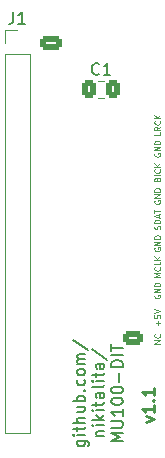
<source format=gbr>
%TF.GenerationSoftware,KiCad,Pcbnew,(6.0.1)*%
%TF.CreationDate,2022-07-28T19:16:12-07:00*%
%TF.ProjectId,mu100-dit-connector-board,6d753130-302d-4646-9974-2d636f6e6e65,rev?*%
%TF.SameCoordinates,PX4a615b8PY2b4db18*%
%TF.FileFunction,Legend,Top*%
%TF.FilePolarity,Positive*%
%FSLAX46Y46*%
G04 Gerber Fmt 4.6, Leading zero omitted, Abs format (unit mm)*
G04 Created by KiCad (PCBNEW (6.0.1)) date 2022-07-28 19:16:12*
%MOMM*%
%LPD*%
G01*
G04 APERTURE LIST*
G04 Aperture macros list*
%AMRoundRect*
0 Rectangle with rounded corners*
0 $1 Rounding radius*
0 $2 $3 $4 $5 $6 $7 $8 $9 X,Y pos of 4 corners*
0 Add a 4 corners polygon primitive as box body*
4,1,4,$2,$3,$4,$5,$6,$7,$8,$9,$2,$3,0*
0 Add four circle primitives for the rounded corners*
1,1,$1+$1,$2,$3*
1,1,$1+$1,$4,$5*
1,1,$1+$1,$6,$7*
1,1,$1+$1,$8,$9*
0 Add four rect primitives between the rounded corners*
20,1,$1+$1,$2,$3,$4,$5,0*
20,1,$1+$1,$4,$5,$6,$7,0*
20,1,$1+$1,$6,$7,$8,$9,0*
20,1,$1+$1,$8,$9,$2,$3,0*%
G04 Aperture macros list end*
%ADD10C,0.250000*%
%ADD11C,0.125000*%
%ADD12C,0.150000*%
%ADD13C,0.120000*%
%ADD14R,1.350000X1.350000*%
%ADD15O,1.350000X1.350000*%
%ADD16RoundRect,0.250000X-0.337500X-0.475000X0.337500X-0.475000X0.337500X0.475000X-0.337500X0.475000X0*%
%ADD17RoundRect,0.250000X0.625000X-0.350000X0.625000X0.350000X-0.625000X0.350000X-0.625000X-0.350000X0*%
%ADD18O,1.750000X1.200000*%
%ADD19RoundRect,0.250000X-0.650000X0.350000X-0.650000X-0.350000X0.650000X-0.350000X0.650000X0.350000X0*%
%ADD20O,1.800000X1.200000*%
%ADD21C,0.800000*%
G04 APERTURE END LIST*
D10*
X90879114Y-81335571D02*
X91545780Y-81097476D01*
X90879114Y-80859380D01*
X91545780Y-79954619D02*
X91545780Y-80526047D01*
X91545780Y-80240333D02*
X90545780Y-80240333D01*
X90688638Y-80335571D01*
X90783876Y-80430809D01*
X90831495Y-80526047D01*
X91450542Y-79526047D02*
X91498161Y-79478428D01*
X91545780Y-79526047D01*
X91498161Y-79573666D01*
X91450542Y-79526047D01*
X91545780Y-79526047D01*
X91545780Y-78526047D02*
X91545780Y-79097476D01*
X91545780Y-78811761D02*
X90545780Y-78811761D01*
X90688638Y-78907000D01*
X90783876Y-79002238D01*
X90831495Y-79097476D01*
D11*
X91911114Y-73173657D02*
X91911114Y-72792704D01*
X92101590Y-72983180D02*
X91720638Y-72983180D01*
X91601590Y-72316514D02*
X91601590Y-72554609D01*
X91839685Y-72578419D01*
X91815876Y-72554609D01*
X91792066Y-72506990D01*
X91792066Y-72387942D01*
X91815876Y-72340323D01*
X91839685Y-72316514D01*
X91887304Y-72292704D01*
X92006352Y-72292704D01*
X92053971Y-72316514D01*
X92077780Y-72340323D01*
X92101590Y-72387942D01*
X92101590Y-72506990D01*
X92077780Y-72554609D01*
X92053971Y-72578419D01*
X91601590Y-72149847D02*
X92101590Y-71983180D01*
X91601590Y-71816514D01*
D12*
X85064114Y-82938190D02*
X85873638Y-82938190D01*
X85968876Y-82985809D01*
X86016495Y-83033428D01*
X86064114Y-83128666D01*
X86064114Y-83271523D01*
X86016495Y-83366761D01*
X85683161Y-82938190D02*
X85730780Y-83033428D01*
X85730780Y-83223904D01*
X85683161Y-83319142D01*
X85635542Y-83366761D01*
X85540304Y-83414380D01*
X85254590Y-83414380D01*
X85159352Y-83366761D01*
X85111733Y-83319142D01*
X85064114Y-83223904D01*
X85064114Y-83033428D01*
X85111733Y-82938190D01*
X85730780Y-82462000D02*
X85064114Y-82462000D01*
X84730780Y-82462000D02*
X84778400Y-82509619D01*
X84826019Y-82462000D01*
X84778400Y-82414380D01*
X84730780Y-82462000D01*
X84826019Y-82462000D01*
X85064114Y-82128666D02*
X85064114Y-81747714D01*
X84730780Y-81985809D02*
X85587923Y-81985809D01*
X85683161Y-81938190D01*
X85730780Y-81842952D01*
X85730780Y-81747714D01*
X85730780Y-81414380D02*
X84730780Y-81414380D01*
X85730780Y-80985809D02*
X85206971Y-80985809D01*
X85111733Y-81033428D01*
X85064114Y-81128666D01*
X85064114Y-81271523D01*
X85111733Y-81366761D01*
X85159352Y-81414380D01*
X85064114Y-80081047D02*
X85730780Y-80081047D01*
X85064114Y-80509619D02*
X85587923Y-80509619D01*
X85683161Y-80462000D01*
X85730780Y-80366761D01*
X85730780Y-80223904D01*
X85683161Y-80128666D01*
X85635542Y-80081047D01*
X85730780Y-79604857D02*
X84730780Y-79604857D01*
X85111733Y-79604857D02*
X85064114Y-79509619D01*
X85064114Y-79319142D01*
X85111733Y-79223904D01*
X85159352Y-79176285D01*
X85254590Y-79128666D01*
X85540304Y-79128666D01*
X85635542Y-79176285D01*
X85683161Y-79223904D01*
X85730780Y-79319142D01*
X85730780Y-79509619D01*
X85683161Y-79604857D01*
X85635542Y-78700095D02*
X85683161Y-78652476D01*
X85730780Y-78700095D01*
X85683161Y-78747714D01*
X85635542Y-78700095D01*
X85730780Y-78700095D01*
X85683161Y-77795333D02*
X85730780Y-77890571D01*
X85730780Y-78081047D01*
X85683161Y-78176285D01*
X85635542Y-78223904D01*
X85540304Y-78271523D01*
X85254590Y-78271523D01*
X85159352Y-78223904D01*
X85111733Y-78176285D01*
X85064114Y-78081047D01*
X85064114Y-77890571D01*
X85111733Y-77795333D01*
X85730780Y-77223904D02*
X85683161Y-77319142D01*
X85635542Y-77366761D01*
X85540304Y-77414380D01*
X85254590Y-77414380D01*
X85159352Y-77366761D01*
X85111733Y-77319142D01*
X85064114Y-77223904D01*
X85064114Y-77081047D01*
X85111733Y-76985809D01*
X85159352Y-76938190D01*
X85254590Y-76890571D01*
X85540304Y-76890571D01*
X85635542Y-76938190D01*
X85683161Y-76985809D01*
X85730780Y-77081047D01*
X85730780Y-77223904D01*
X85730780Y-76462000D02*
X85064114Y-76462000D01*
X85159352Y-76462000D02*
X85111733Y-76414380D01*
X85064114Y-76319142D01*
X85064114Y-76176285D01*
X85111733Y-76081047D01*
X85206971Y-76033428D01*
X85730780Y-76033428D01*
X85206971Y-76033428D02*
X85111733Y-75985809D01*
X85064114Y-75890571D01*
X85064114Y-75747714D01*
X85111733Y-75652476D01*
X85206971Y-75604857D01*
X85730780Y-75604857D01*
X84683161Y-74414380D02*
X85968876Y-75271523D01*
X86674114Y-82557238D02*
X87340780Y-82557238D01*
X86769352Y-82557238D02*
X86721733Y-82509619D01*
X86674114Y-82414380D01*
X86674114Y-82271523D01*
X86721733Y-82176285D01*
X86816971Y-82128666D01*
X87340780Y-82128666D01*
X87340780Y-81652476D02*
X86674114Y-81652476D01*
X86340780Y-81652476D02*
X86388400Y-81700095D01*
X86436019Y-81652476D01*
X86388400Y-81604857D01*
X86340780Y-81652476D01*
X86436019Y-81652476D01*
X87340780Y-81176285D02*
X86340780Y-81176285D01*
X86959828Y-81081047D02*
X87340780Y-80795333D01*
X86674114Y-80795333D02*
X87055066Y-81176285D01*
X87340780Y-80366761D02*
X86674114Y-80366761D01*
X86340780Y-80366761D02*
X86388400Y-80414380D01*
X86436019Y-80366761D01*
X86388400Y-80319142D01*
X86340780Y-80366761D01*
X86436019Y-80366761D01*
X86674114Y-80033428D02*
X86674114Y-79652476D01*
X86340780Y-79890571D02*
X87197923Y-79890571D01*
X87293161Y-79842952D01*
X87340780Y-79747714D01*
X87340780Y-79652476D01*
X87340780Y-78890571D02*
X86816971Y-78890571D01*
X86721733Y-78938190D01*
X86674114Y-79033428D01*
X86674114Y-79223904D01*
X86721733Y-79319142D01*
X87293161Y-78890571D02*
X87340780Y-78985809D01*
X87340780Y-79223904D01*
X87293161Y-79319142D01*
X87197923Y-79366761D01*
X87102685Y-79366761D01*
X87007447Y-79319142D01*
X86959828Y-79223904D01*
X86959828Y-78985809D01*
X86912209Y-78890571D01*
X87340780Y-78271523D02*
X87293161Y-78366761D01*
X87197923Y-78414380D01*
X86340780Y-78414380D01*
X87340780Y-77890571D02*
X86674114Y-77890571D01*
X86340780Y-77890571D02*
X86388400Y-77938190D01*
X86436019Y-77890571D01*
X86388400Y-77842952D01*
X86340780Y-77890571D01*
X86436019Y-77890571D01*
X86674114Y-77557238D02*
X86674114Y-77176285D01*
X86340780Y-77414380D02*
X87197923Y-77414380D01*
X87293161Y-77366761D01*
X87340780Y-77271523D01*
X87340780Y-77176285D01*
X87340780Y-76414380D02*
X86816971Y-76414380D01*
X86721733Y-76462000D01*
X86674114Y-76557238D01*
X86674114Y-76747714D01*
X86721733Y-76842952D01*
X87293161Y-76414380D02*
X87340780Y-76509619D01*
X87340780Y-76747714D01*
X87293161Y-76842952D01*
X87197923Y-76890571D01*
X87102685Y-76890571D01*
X87007447Y-76842952D01*
X86959828Y-76747714D01*
X86959828Y-76509619D01*
X86912209Y-76414380D01*
X86293161Y-75223904D02*
X87578876Y-76081047D01*
X88950780Y-82985809D02*
X87950780Y-82985809D01*
X88665066Y-82652476D01*
X87950780Y-82319142D01*
X88950780Y-82319142D01*
X87950780Y-81842952D02*
X88760304Y-81842952D01*
X88855542Y-81795333D01*
X88903161Y-81747714D01*
X88950780Y-81652476D01*
X88950780Y-81462000D01*
X88903161Y-81366761D01*
X88855542Y-81319142D01*
X88760304Y-81271523D01*
X87950780Y-81271523D01*
X88950780Y-80271523D02*
X88950780Y-80842952D01*
X88950780Y-80557238D02*
X87950780Y-80557238D01*
X88093638Y-80652476D01*
X88188876Y-80747714D01*
X88236495Y-80842952D01*
X87950780Y-79652476D02*
X87950780Y-79557238D01*
X87998400Y-79462000D01*
X88046019Y-79414380D01*
X88141257Y-79366761D01*
X88331733Y-79319142D01*
X88569828Y-79319142D01*
X88760304Y-79366761D01*
X88855542Y-79414380D01*
X88903161Y-79462000D01*
X88950780Y-79557238D01*
X88950780Y-79652476D01*
X88903161Y-79747714D01*
X88855542Y-79795333D01*
X88760304Y-79842952D01*
X88569828Y-79890571D01*
X88331733Y-79890571D01*
X88141257Y-79842952D01*
X88046019Y-79795333D01*
X87998400Y-79747714D01*
X87950780Y-79652476D01*
X87950780Y-78700095D02*
X87950780Y-78604857D01*
X87998400Y-78509619D01*
X88046019Y-78462000D01*
X88141257Y-78414380D01*
X88331733Y-78366761D01*
X88569828Y-78366761D01*
X88760304Y-78414380D01*
X88855542Y-78462000D01*
X88903161Y-78509619D01*
X88950780Y-78604857D01*
X88950780Y-78700095D01*
X88903161Y-78795333D01*
X88855542Y-78842952D01*
X88760304Y-78890571D01*
X88569828Y-78938190D01*
X88331733Y-78938190D01*
X88141257Y-78890571D01*
X88046019Y-78842952D01*
X87998400Y-78795333D01*
X87950780Y-78700095D01*
X88569828Y-77938190D02*
X88569828Y-77176285D01*
X88950780Y-76700095D02*
X87950780Y-76700095D01*
X87950780Y-76462000D01*
X87998400Y-76319142D01*
X88093638Y-76223904D01*
X88188876Y-76176285D01*
X88379352Y-76128666D01*
X88522209Y-76128666D01*
X88712685Y-76176285D01*
X88807923Y-76223904D01*
X88903161Y-76319142D01*
X88950780Y-76462000D01*
X88950780Y-76700095D01*
X88950780Y-75700095D02*
X87950780Y-75700095D01*
X87950780Y-75366761D02*
X87950780Y-74795333D01*
X88950780Y-75081047D02*
X87950780Y-75081047D01*
D11*
X91625400Y-70611752D02*
X91601590Y-70659371D01*
X91601590Y-70730800D01*
X91625400Y-70802228D01*
X91673019Y-70849847D01*
X91720638Y-70873657D01*
X91815876Y-70897466D01*
X91887304Y-70897466D01*
X91982542Y-70873657D01*
X92030161Y-70849847D01*
X92077780Y-70802228D01*
X92101590Y-70730800D01*
X92101590Y-70683180D01*
X92077780Y-70611752D01*
X92053971Y-70587942D01*
X91887304Y-70587942D01*
X91887304Y-70683180D01*
X92101590Y-70373657D02*
X91601590Y-70373657D01*
X92101590Y-70087942D01*
X91601590Y-70087942D01*
X92101590Y-69849847D02*
X91601590Y-69849847D01*
X91601590Y-69730800D01*
X91625400Y-69659371D01*
X91673019Y-69611752D01*
X91720638Y-69587942D01*
X91815876Y-69564133D01*
X91887304Y-69564133D01*
X91982542Y-69587942D01*
X92030161Y-69611752D01*
X92077780Y-69659371D01*
X92101590Y-69730800D01*
X92101590Y-69849847D01*
X91625400Y-58611752D02*
X91601590Y-58659371D01*
X91601590Y-58730800D01*
X91625400Y-58802228D01*
X91673019Y-58849847D01*
X91720638Y-58873657D01*
X91815876Y-58897466D01*
X91887304Y-58897466D01*
X91982542Y-58873657D01*
X92030161Y-58849847D01*
X92077780Y-58802228D01*
X92101590Y-58730800D01*
X92101590Y-58683180D01*
X92077780Y-58611752D01*
X92053971Y-58587942D01*
X91887304Y-58587942D01*
X91887304Y-58683180D01*
X92101590Y-58373657D02*
X91601590Y-58373657D01*
X92101590Y-58087942D01*
X91601590Y-58087942D01*
X92101590Y-57849847D02*
X91601590Y-57849847D01*
X91601590Y-57730800D01*
X91625400Y-57659371D01*
X91673019Y-57611752D01*
X91720638Y-57587942D01*
X91815876Y-57564133D01*
X91887304Y-57564133D01*
X91982542Y-57587942D01*
X92030161Y-57611752D01*
X92077780Y-57659371D01*
X92101590Y-57730800D01*
X92101590Y-57849847D01*
X92101590Y-56826038D02*
X92101590Y-57064133D01*
X91601590Y-57064133D01*
X92101590Y-56373657D02*
X91863495Y-56540323D01*
X92101590Y-56659371D02*
X91601590Y-56659371D01*
X91601590Y-56468895D01*
X91625400Y-56421276D01*
X91649209Y-56397466D01*
X91696828Y-56373657D01*
X91768257Y-56373657D01*
X91815876Y-56397466D01*
X91839685Y-56421276D01*
X91863495Y-56468895D01*
X91863495Y-56659371D01*
X92053971Y-55873657D02*
X92077780Y-55897466D01*
X92101590Y-55968895D01*
X92101590Y-56016514D01*
X92077780Y-56087942D01*
X92030161Y-56135561D01*
X91982542Y-56159371D01*
X91887304Y-56183180D01*
X91815876Y-56183180D01*
X91720638Y-56159371D01*
X91673019Y-56135561D01*
X91625400Y-56087942D01*
X91601590Y-56016514D01*
X91601590Y-55968895D01*
X91625400Y-55897466D01*
X91649209Y-55873657D01*
X92101590Y-55659371D02*
X91601590Y-55659371D01*
X92101590Y-55373657D02*
X91815876Y-55587942D01*
X91601590Y-55373657D02*
X91887304Y-55659371D01*
X91625400Y-62611752D02*
X91601590Y-62659371D01*
X91601590Y-62730800D01*
X91625400Y-62802228D01*
X91673019Y-62849847D01*
X91720638Y-62873657D01*
X91815876Y-62897466D01*
X91887304Y-62897466D01*
X91982542Y-62873657D01*
X92030161Y-62849847D01*
X92077780Y-62802228D01*
X92101590Y-62730800D01*
X92101590Y-62683180D01*
X92077780Y-62611752D01*
X92053971Y-62587942D01*
X91887304Y-62587942D01*
X91887304Y-62683180D01*
X92101590Y-62373657D02*
X91601590Y-62373657D01*
X92101590Y-62087942D01*
X91601590Y-62087942D01*
X92101590Y-61849847D02*
X91601590Y-61849847D01*
X91601590Y-61730800D01*
X91625400Y-61659371D01*
X91673019Y-61611752D01*
X91720638Y-61587942D01*
X91815876Y-61564133D01*
X91887304Y-61564133D01*
X91982542Y-61587942D01*
X92030161Y-61611752D01*
X92077780Y-61659371D01*
X92101590Y-61730800D01*
X92101590Y-61849847D01*
X92101590Y-69099847D02*
X91601590Y-69099847D01*
X91958733Y-68933180D01*
X91601590Y-68766514D01*
X92101590Y-68766514D01*
X92053971Y-68242704D02*
X92077780Y-68266514D01*
X92101590Y-68337942D01*
X92101590Y-68385561D01*
X92077780Y-68456990D01*
X92030161Y-68504609D01*
X91982542Y-68528419D01*
X91887304Y-68552228D01*
X91815876Y-68552228D01*
X91720638Y-68528419D01*
X91673019Y-68504609D01*
X91625400Y-68456990D01*
X91601590Y-68385561D01*
X91601590Y-68337942D01*
X91625400Y-68266514D01*
X91649209Y-68242704D01*
X92101590Y-67790323D02*
X92101590Y-68028419D01*
X91601590Y-68028419D01*
X92101590Y-67623657D02*
X91601590Y-67623657D01*
X92101590Y-67337942D02*
X91815876Y-67552228D01*
X91601590Y-67337942D02*
X91887304Y-67623657D01*
X92077780Y-65028419D02*
X92101590Y-64956990D01*
X92101590Y-64837942D01*
X92077780Y-64790323D01*
X92053971Y-64766514D01*
X92006352Y-64742704D01*
X91958733Y-64742704D01*
X91911114Y-64766514D01*
X91887304Y-64790323D01*
X91863495Y-64837942D01*
X91839685Y-64933180D01*
X91815876Y-64980800D01*
X91792066Y-65004609D01*
X91744447Y-65028419D01*
X91696828Y-65028419D01*
X91649209Y-65004609D01*
X91625400Y-64980800D01*
X91601590Y-64933180D01*
X91601590Y-64814133D01*
X91625400Y-64742704D01*
X92101590Y-64528419D02*
X91601590Y-64528419D01*
X91601590Y-64409371D01*
X91625400Y-64337942D01*
X91673019Y-64290323D01*
X91720638Y-64266514D01*
X91815876Y-64242704D01*
X91887304Y-64242704D01*
X91982542Y-64266514D01*
X92030161Y-64290323D01*
X92077780Y-64337942D01*
X92101590Y-64409371D01*
X92101590Y-64528419D01*
X91958733Y-64052228D02*
X91958733Y-63814133D01*
X92101590Y-64099847D02*
X91601590Y-63933180D01*
X92101590Y-63766514D01*
X91601590Y-63671276D02*
X91601590Y-63385561D01*
X92101590Y-63528419D02*
X91601590Y-63528419D01*
X91625400Y-66611752D02*
X91601590Y-66659371D01*
X91601590Y-66730800D01*
X91625400Y-66802228D01*
X91673019Y-66849847D01*
X91720638Y-66873657D01*
X91815876Y-66897466D01*
X91887304Y-66897466D01*
X91982542Y-66873657D01*
X92030161Y-66849847D01*
X92077780Y-66802228D01*
X92101590Y-66730800D01*
X92101590Y-66683180D01*
X92077780Y-66611752D01*
X92053971Y-66587942D01*
X91887304Y-66587942D01*
X91887304Y-66683180D01*
X92101590Y-66373657D02*
X91601590Y-66373657D01*
X92101590Y-66087942D01*
X91601590Y-66087942D01*
X92101590Y-65849847D02*
X91601590Y-65849847D01*
X91601590Y-65730800D01*
X91625400Y-65659371D01*
X91673019Y-65611752D01*
X91720638Y-65587942D01*
X91815876Y-65564133D01*
X91887304Y-65564133D01*
X91982542Y-65587942D01*
X92030161Y-65611752D01*
X92077780Y-65659371D01*
X92101590Y-65730800D01*
X92101590Y-65849847D01*
X92101590Y-74723657D02*
X91601590Y-74723657D01*
X92101590Y-74437942D01*
X91601590Y-74437942D01*
X92053971Y-73914133D02*
X92077780Y-73937942D01*
X92101590Y-74009371D01*
X92101590Y-74056990D01*
X92077780Y-74128419D01*
X92030161Y-74176038D01*
X91982542Y-74199847D01*
X91887304Y-74223657D01*
X91815876Y-74223657D01*
X91720638Y-74199847D01*
X91673019Y-74176038D01*
X91625400Y-74128419D01*
X91601590Y-74056990D01*
X91601590Y-74009371D01*
X91625400Y-73937942D01*
X91649209Y-73914133D01*
X91839685Y-60814133D02*
X91863495Y-60742704D01*
X91887304Y-60718895D01*
X91934923Y-60695085D01*
X92006352Y-60695085D01*
X92053971Y-60718895D01*
X92077780Y-60742704D01*
X92101590Y-60790323D01*
X92101590Y-60980800D01*
X91601590Y-60980800D01*
X91601590Y-60814133D01*
X91625400Y-60766514D01*
X91649209Y-60742704D01*
X91696828Y-60718895D01*
X91744447Y-60718895D01*
X91792066Y-60742704D01*
X91815876Y-60766514D01*
X91839685Y-60814133D01*
X91839685Y-60980800D01*
X92101590Y-60480800D02*
X91601590Y-60480800D01*
X92053971Y-59956990D02*
X92077780Y-59980800D01*
X92101590Y-60052228D01*
X92101590Y-60099847D01*
X92077780Y-60171276D01*
X92030161Y-60218895D01*
X91982542Y-60242704D01*
X91887304Y-60266514D01*
X91815876Y-60266514D01*
X91720638Y-60242704D01*
X91673019Y-60218895D01*
X91625400Y-60171276D01*
X91601590Y-60099847D01*
X91601590Y-60052228D01*
X91625400Y-59980800D01*
X91649209Y-59956990D01*
X92101590Y-59742704D02*
X91601590Y-59742704D01*
X92101590Y-59456990D02*
X91815876Y-59671276D01*
X91601590Y-59456990D02*
X91887304Y-59742704D01*
D12*
%TO.C,J1*%
X79655066Y-46634380D02*
X79655066Y-47348666D01*
X79607447Y-47491523D01*
X79512209Y-47586761D01*
X79369352Y-47634380D01*
X79274114Y-47634380D01*
X80655066Y-47634380D02*
X80083638Y-47634380D01*
X80369352Y-47634380D02*
X80369352Y-46634380D01*
X80274114Y-46777238D01*
X80178876Y-46872476D01*
X80083638Y-46920095D01*
%TO.C,C1*%
X86926733Y-51884142D02*
X86879114Y-51931761D01*
X86736257Y-51979380D01*
X86641019Y-51979380D01*
X86498161Y-51931761D01*
X86402923Y-51836523D01*
X86355304Y-51741285D01*
X86307685Y-51550809D01*
X86307685Y-51407952D01*
X86355304Y-51217476D01*
X86402923Y-51122238D01*
X86498161Y-51027000D01*
X86641019Y-50979380D01*
X86736257Y-50979380D01*
X86879114Y-51027000D01*
X86926733Y-51074619D01*
X87879114Y-51979380D02*
X87307685Y-51979380D01*
X87593400Y-51979380D02*
X87593400Y-50979380D01*
X87498161Y-51122238D01*
X87402923Y-51217476D01*
X87307685Y-51265095D01*
D13*
%TO.C,J1*%
X81048400Y-50242000D02*
X81048400Y-82302000D01*
X78928400Y-49242000D02*
X78928400Y-48182000D01*
X78928400Y-50242000D02*
X78928400Y-82302000D01*
X78928400Y-82302000D02*
X81048400Y-82302000D01*
X78928400Y-48182000D02*
X79988400Y-48182000D01*
X78928400Y-50242000D02*
X81048400Y-50242000D01*
%TO.C,C1*%
X86832148Y-52472000D02*
X87354652Y-52472000D01*
X86832148Y-53942000D02*
X87354652Y-53942000D01*
%TD*%
%LPC*%
D14*
%TO.C,J1*%
X79988400Y-49242000D03*
D15*
X79988400Y-51242000D03*
X79988400Y-53242000D03*
X79988400Y-55242000D03*
X79988400Y-57242000D03*
X79988400Y-59242000D03*
X79988400Y-61242000D03*
X79988400Y-63242000D03*
X79988400Y-65242000D03*
X79988400Y-67242000D03*
X79988400Y-69242000D03*
X79988400Y-71242000D03*
X79988400Y-73242000D03*
X79988400Y-75242000D03*
X79988400Y-77242000D03*
X79988400Y-79242000D03*
X79988400Y-81242000D03*
%TD*%
D16*
%TO.C,C1*%
X86055900Y-53207000D03*
X88130900Y-53207000D03*
%TD*%
D17*
%TO.C,J3*%
X89798400Y-74232000D03*
D18*
X89798400Y-72232000D03*
X89798400Y-70232000D03*
X89798400Y-68232000D03*
X89798400Y-66232000D03*
X89798400Y-64232000D03*
X89798400Y-62232000D03*
X89798400Y-60232000D03*
X89798400Y-58232000D03*
X89798400Y-56232000D03*
%TD*%
D19*
%TO.C,J2*%
X82848400Y-49242000D03*
D20*
X82848400Y-51242000D03*
X82848400Y-53242000D03*
X82848400Y-55242000D03*
X82848400Y-57242000D03*
X82848400Y-59242000D03*
X82848400Y-61242000D03*
X82848400Y-63242000D03*
X82848400Y-65242000D03*
X82848400Y-67242000D03*
X82848400Y-69242000D03*
X82848400Y-71242000D03*
X82848400Y-73242000D03*
X82848400Y-75242000D03*
X82848400Y-77242000D03*
X82848400Y-79242000D03*
X82848400Y-81242000D03*
%TD*%
D21*
X91693400Y-53407000D03*
X85718400Y-57182000D03*
X87893400Y-69357000D03*
X86788400Y-59632000D03*
X89743400Y-52557000D03*
X86043400Y-67707000D03*
X87663400Y-58757000D03*
X87053400Y-69857000D03*
X86793400Y-63657000D03*
X84943400Y-55307000D03*
X86893400Y-66857000D03*
X86593400Y-56307000D03*
X84868400Y-58032000D03*
X85943400Y-64507000D03*
X86143400Y-55307000D03*
X87768400Y-65982000D03*
X87293400Y-55307000D03*
X86043400Y-70357000D03*
X87668400Y-62782000D03*
X85938400Y-60482000D03*
M02*

</source>
